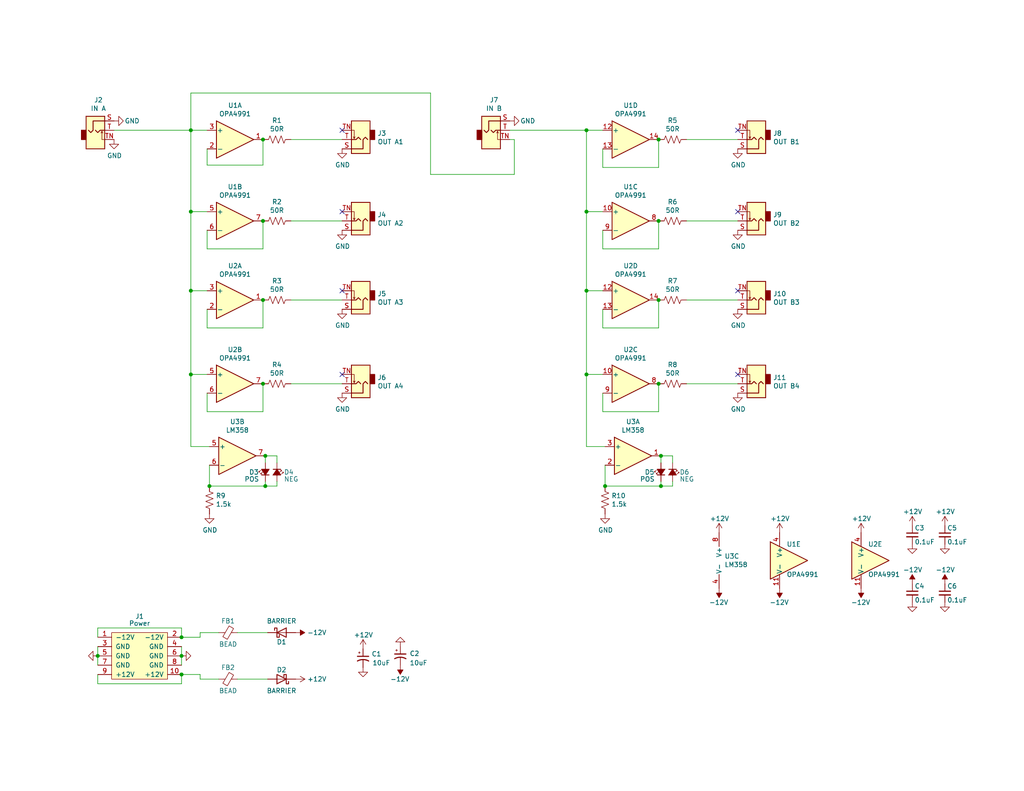
<source format=kicad_sch>
(kicad_sch (version 20211123) (generator eeschema)
  (paper "USLetter")
  (title_block (title "Hydrogen") (date "2021-10-07") (rev "v2") (company "Winterbloom") (comment 1 "Alethea Flowers") (comment 2 "CERN-OHL-P V2") (comment 3 "hydrogen.wntr.dev"))
  (lib_symbols
    (symbol "Amplifier_Operational:LM358" (pin_names (offset 0.127))
      (property "Reference" "U" (at 0 5.08 0))
      (property "Value" "LM358" (at 0 -5.08 0))
      (symbol "LM358_1_1"
        (polyline (pts (xy -5.08 5.08) (xy 5.08 0) (xy -5.08 -5.08) (xy -5.08 5.08)) (stroke (width 0.254)) (fill (type background)))
        (pin output line (at 7.62 0 180) (length 2.54) (name "~") (number "1"))
        (pin input line (at -7.62 -2.54 0) (length 2.54) (name "-") (number "2"))
        (pin input line (at -7.62 2.54 0) (length 2.54) (name "+") (number "3"))
      )
      (symbol "LM358_2_1"
        (polyline (pts (xy -5.08 5.08) (xy 5.08 0) (xy -5.08 -5.08) (xy -5.08 5.08)) (stroke (width 0.254)) (fill (type background)))
        (pin input line (at -7.62 2.54 0) (length 2.54) (name "+") (number "5"))
        (pin input line (at -7.62 -2.54 0) (length 2.54) (name "-") (number "6"))
        (pin output line (at 7.62 0 180) (length 2.54) (name "~") (number "7"))
      )
      (symbol "LM358_3_1"
        (pin power_in line (at -2.54 -7.62 90) (length 3.81) (name "V-") (number "4"))
        (pin power_in line (at -2.54 7.62 270) (length 3.81) (name "V+") (number "8"))
      )
    )
    (symbol "Device:CP1_Small" (pin_numbers hide) (pin_names (offset 0.254) hide)
      (property "Reference" "C" (at 0.254 1.778 0))
      (property "Value" "Device_CP1_Small" (at 0.254 -2.032 0))
      (symbol "CP1_Small_0_1"
        (polyline (pts (xy -1.524 0.508) (xy 1.524 0.508)) (stroke (width 0.3048)))
        (polyline (pts (xy -1.27 1.524) (xy -0.762 1.524)))
        (polyline (pts (xy -1.016 1.27) (xy -1.016 1.778)))
        (arc (start 1.524 -0.762) (mid 0 -0.3734) (end -1.524 -0.762) (stroke (width 0.3048)))
      )
      (symbol "CP1_Small_1_1"
        (pin passive line (at 0 2.54 270) (length 2.032) (name "~") (number "1"))
        (pin passive line (at 0 -2.54 90) (length 2.032) (name "~") (number "2"))
      )
    )
    (symbol "Device:C_Small" (pin_numbers hide) (pin_names (offset 0.254) hide)
      (property "Reference" "C" (at 0.254 1.778 0))
      (property "Value" "C_Small" (at 0.254 -2.032 0))
      (symbol "C_Small_0_1"
        (polyline (pts (xy -1.524 -0.508) (xy 1.524 -0.508)) (stroke (width 0.3302)))
        (polyline (pts (xy -1.524 0.508) (xy 1.524 0.508)) (stroke (width 0.3048)))
      )
      (symbol "C_Small_1_1"
        (pin passive line (at 0 2.54 270) (length 2.032) (name "~") (number "1"))
        (pin passive line (at 0 -2.54 90) (length 2.032) (name "~") (number "2"))
      )
    )
    (symbol "Device:Ferrite_Bead_Small" (pin_numbers hide) (pin_names (offset 0))
      (property "Reference" "FB" (at 1.905 1.27 0))
      (property "Value" "Device_Ferrite_Bead_Small" (at 1.905 -1.27 0))
      (symbol "Ferrite_Bead_Small_0_1"
        (polyline (pts (xy 0 -1.27) (xy 0 -0.7874)))
        (polyline (pts (xy 0 0.889) (xy 0 1.2954)))
        (polyline (pts (xy -1.8288 0.2794) (xy -1.1176 1.4986) (xy 1.8288 -0.2032) (xy 1.1176 -1.4224) (xy -1.8288 0.2794)))
      )
      (symbol "Ferrite_Bead_Small_1_1"
        (pin passive line (at 0 2.54 270) (length 1.27) (name "~") (number "1"))
        (pin passive line (at 0 -2.54 90) (length 1.27) (name "~") (number "2"))
      )
    )
    (symbol "Device:LED_Small_ALT" (pin_numbers hide) (pin_names (offset 0.254) hide)
      (property "Reference" "D" (at -1.27 3.175 0))
      (property "Value" "Device_LED_Small_ALT" (at -4.445 -2.54 0))
      (symbol "LED_Small_ALT_0_1"
        (polyline (pts (xy -0.762 -1.016) (xy -0.762 1.016)) (stroke (width 0.254)))
        (polyline (pts (xy 1.016 0) (xy -0.762 0)))
        (polyline (pts (xy 0.762 -1.016) (xy -0.762 0) (xy 0.762 1.016) (xy 0.762 -1.016)) (stroke (width 0.254)) (fill (type outline)))
        (polyline (pts (xy 0 0.762) (xy -0.508 1.27) (xy -0.254 1.27) (xy -0.508 1.27) (xy -0.508 1.016)))
        (polyline (pts (xy 0.508 1.27) (xy 0 1.778) (xy 0.254 1.778) (xy 0 1.778) (xy 0 1.524)))
      )
      (symbol "LED_Small_ALT_1_1"
        (pin passive line (at -2.54 0 0) (length 1.778) (name "K") (number "1"))
        (pin passive line (at 2.54 0 180) (length 1.778) (name "A") (number "2"))
      )
    )
    (symbol "Device:R_US" (pin_numbers hide) (pin_names (offset 0))
      (property "Reference" "R" (at 2.54 0 90))
      (property "Value" "R_US" (at -2.54 0 90))
      (symbol "R_US_0_1"
        (polyline (pts (xy 0 -2.286) (xy 0 -2.54)))
        (polyline (pts (xy 0 2.286) (xy 0 2.54)))
        (polyline (pts (xy 0 -0.762) (xy 1.016 -1.143) (xy 0 -1.524) (xy -1.016 -1.905) (xy 0 -2.286)))
        (polyline (pts (xy 0 0.762) (xy 1.016 0.381) (xy 0 0) (xy -1.016 -0.381) (xy 0 -0.762)))
        (polyline (pts (xy 0 2.286) (xy 1.016 1.905) (xy 0 1.524) (xy -1.016 1.143) (xy 0 0.762)))
      )
      (symbol "R_US_1_1"
        (pin passive line (at 0 3.81 270) (length 1.27) (name "~") (number "1"))
        (pin passive line (at 0 -3.81 90) (length 1.27) (name "~") (number "2"))
      )
    )
    (symbol "Diode:1N5819" (pin_numbers hide) (pin_names (offset 1.016) hide)
      (property "Reference" "D" (at 0 2.54 0))
      (property "Value" "1N5819" (at 0 -2.54 0))
      (symbol "1N5819_0_1"
        (polyline (pts (xy 1.27 0) (xy -1.27 0)))
        (polyline (pts (xy 1.27 1.27) (xy 1.27 -1.27) (xy -1.27 0) (xy 1.27 1.27)) (stroke (width 0.254)))
        (polyline (pts (xy -1.905 0.635) (xy -1.905 1.27) (xy -1.27 1.27) (xy -1.27 -1.27) (xy -0.635 -1.27) (xy -0.635 -0.635)) (stroke (width 0.254)))
      )
      (symbol "1N5819_1_1"
        (pin passive line (at -3.81 0 0) (length 2.54) (name "K") (number "1"))
        (pin passive line (at 3.81 0 180) (length 2.54) (name "A") (number "2"))
      )
    )
    (symbol "board-rescue:Eurorack_Power-winterbloom" (pin_names (offset 1.016))
      (property "Reference" "J" (at -6.35 7.62 0))
      (property "Value" "Eurorack_Power-winterbloom" (at 0 -7.62 0))
      (symbol "Eurorack_Power-winterbloom_0_1"
        (rectangle (start 7.62 -6.35) (end -7.62 6.35) (fill (type background)))
      )
      (symbol "Eurorack_Power-winterbloom_1_1"
        (pin power_out line (at -11.43 5.08 0) (length 3.81) (name "-12V") (number "1"))
        (pin power_out line (at 11.43 -5.08 180) (length 3.81) (name "+12V") (number "10"))
        (pin power_out line (at 11.43 5.08 180) (length 3.81) (name "-12V") (number "2"))
        (pin power_out line (at -11.43 2.54 0) (length 3.81) (name "GND") (number "3"))
        (pin power_out line (at 11.43 2.54 180) (length 3.81) (name "GND") (number "4"))
        (pin power_out line (at -11.43 0 0) (length 3.81) (name "GND") (number "5"))
        (pin power_out line (at 11.43 0 180) (length 3.81) (name "GND") (number "6"))
        (pin power_out line (at -11.43 -2.54 0) (length 3.81) (name "GND") (number "7"))
        (pin power_out line (at 11.43 -2.54 180) (length 3.81) (name "GND") (number "8"))
        (pin power_out line (at -11.43 -5.08 0) (length 3.81) (name "+12V") (number "9"))
      )
    )
    (symbol "power:+12V" (power) (pin_names (offset 0))
      (property "Value" "+12V" (at 0 3.556 0))
      (symbol "+12V_0_1"
        (polyline (pts (xy -0.762 1.27) (xy 0 2.54)))
        (polyline (pts (xy 0 0) (xy 0 2.54)))
        (polyline (pts (xy 0 2.54) (xy 0.762 1.27)))
      )
      (symbol "+12V_1_1"
        (pin power_in line (at 0 0 90) (length 0) hide (name "+12V") (number "1"))
      )
    )
    (symbol "power:-12V" (power) (pin_names (offset 0))
      (property "Value" "-12V" (at 0 3.81 0))
      (symbol "-12V_0_0"
        (pin power_in line (at 0 0 90) (length 0) hide (name "-12V") (number "1"))
      )
      (symbol "-12V_0_1"
        (polyline (pts (xy 0 0) (xy 0 1.27) (xy 0.762 1.27) (xy 0 2.54) (xy -0.762 1.27) (xy 0 1.27)) (fill (type outline)))
      )
    )
    (symbol "power:GND" (power) (pin_names (offset 0))
      (property "Value" "GND" (at 0 -3.81 0))
      (symbol "GND_0_1"
        (polyline (pts (xy 0 0) (xy 0 -1.27) (xy 1.27 -1.27) (xy 0 -2.54) (xy -1.27 -1.27) (xy 0 -1.27)))
      )
      (symbol "GND_1_1"
        (pin power_in line (at 0 0 270) (length 0) hide (name "GND") (number "1"))
      )
    )
    (symbol "winterbloom:Eurorack_Mono_Jack" (pin_names hide)
      (property "Reference" "J" (at 3.302 -4.064 0))
      (property "Value" "Eurorack_Mono_Jack" (at 0 5.08 0))
      (symbol "Eurorack_Mono_Jack_0_1"
        (rectangle (start -2.54 -5.08) (end 2.54 3.81) (stroke (width 0.254)) (fill (type background)))
        (polyline (pts (xy -1.778 -1.016) (xy -2.032 -0.508)))
        (polyline (pts (xy -2.54 1.27) (xy -1.778 1.27) (xy -1.778 -1.016) (xy -1.524 -0.508)))
        (polyline (pts (xy 0 -1.27) (xy -0.635 -0.635) (xy -1.27 -1.27) (xy -2.54 -1.27)) (stroke (width 0.254)))
        (polyline (pts (xy -2.54 -3.81) (xy 0.635 -3.81) (xy 0.635 -1.27) (xy 1.27 -0.635) (xy 1.905 -1.27)) (stroke (width 0.254)))
        (rectangle (start 2.54 -1.27) (end 3.81 1.27) (stroke (width 0.254)) (fill (type outline)))
      )
      (symbol "Eurorack_Mono_Jack_1_1"
        (pin passive line (at -5.08 -3.81 0) (length 2.54) (name "Sleeve") (number "S"))
        (pin passive line (at -5.08 -1.27 0) (length 2.54) (name "Tip") (number "T"))
        (pin passive line (at -5.08 1.27 0) (length 2.54) (name "Tip_normalize") (number "TN"))
      )
    )
    (symbol "winterbloom:OPA4991" (pin_names (offset 0.127))
      (property "Reference" "U" (at 0.762 3.048 0))
      (property "Value" "OPA4991" (at 0.508 -3.302 0))
      (symbol "OPA4991_1_1"
        (polyline (pts (xy -5.08 5.08) (xy 5.08 0) (xy -5.08 -5.08) (xy -5.08 5.08)) (stroke (width 0.254)) (fill (type background)))
        (pin output line (at 7.62 0 180) (length 2.54) (name "~") (number "1"))
        (pin input line (at -7.62 -2.54 0) (length 2.54) (name "-") (number "2"))
        (pin input line (at -7.62 2.54 0) (length 2.54) (name "+") (number "3"))
      )
      (symbol "OPA4991_2_1"
        (polyline (pts (xy -5.08 5.08) (xy 5.08 0) (xy -5.08 -5.08) (xy -5.08 5.08)) (stroke (width 0.254)) (fill (type background)))
        (pin input line (at -7.62 2.54 0) (length 2.54) (name "+") (number "5"))
        (pin input line (at -7.62 -2.54 0) (length 2.54) (name "-") (number "6"))
        (pin output line (at 7.62 0 180) (length 2.54) (name "~") (number "7"))
      )
      (symbol "OPA4991_3_1"
        (polyline (pts (xy -5.08 5.08) (xy 5.08 0) (xy -5.08 -5.08) (xy -5.08 5.08)) (stroke (width 0.254)) (fill (type background)))
        (pin input line (at -7.62 2.54 0) (length 2.54) (name "+") (number "10"))
        (pin output line (at 7.62 0 180) (length 2.54) (name "~") (number "8"))
        (pin input line (at -7.62 -2.54 0) (length 2.54) (name "-") (number "9"))
      )
      (symbol "OPA4991_4_1"
        (polyline (pts (xy -5.08 5.08) (xy 5.08 0) (xy -5.08 -5.08) (xy -5.08 5.08)) (stroke (width 0.254)) (fill (type background)))
        (pin input line (at -7.62 2.54 0) (length 2.54) (name "+") (number "12"))
        (pin input line (at -7.62 -2.54 0) (length 2.54) (name "-") (number "13"))
        (pin output line (at 7.62 0 180) (length 2.54) (name "~") (number "14"))
      )
      (symbol "OPA4991_5_1"
        (polyline (pts (xy -5.08 5.08) (xy 5.08 0) (xy -5.08 -5.08) (xy -5.08 5.08)) (stroke (width 0.254)) (fill (type background)))
        (pin power_in line (at -2.54 -7.62 90) (length 3.81) (name "V-") (number "11"))
        (pin power_in line (at -2.54 7.62 270) (length 3.81) (name "V+") (number "4"))
      )
    )
  )
  (junction (at 71.755 38.1))
  (junction (at 49.53 184.15))
  (junction (at 179.705 81.915))
  (junction (at 52.07 79.375))
  (junction (at 179.705 38.1))
  (junction (at 160.02 79.375))
  (junction (at 52.07 57.785))
  (junction (at 71.755 104.775))
  (junction (at 49.53 179.07))
  (junction (at 57.15 132.715))
  (junction (at 179.705 104.775))
  (junction (at 160.02 57.785))
  (junction (at 160.02 35.56))
  (junction (at 72.39 132.715))
  (junction (at 52.07 102.235))
  (junction (at 26.67 179.07))
  (junction (at 180.34 132.715))
  (junction (at 52.07 35.56))
  (junction (at 165.1 132.715))
  (junction (at 71.755 81.915))
  (junction (at 180.34 124.46))
  (junction (at 179.705 60.325))
  (junction (at 71.755 60.325))
  (junction (at 160.02 102.235))
  (junction (at 72.39 124.46))
  (junction (at 49.53 173.99))
  (no_connect (at 93.345 102.235))
  (no_connect (at 201.295 35.56))
  (no_connect (at 93.345 79.375))
  (no_connect (at 201.295 57.785))
  (no_connect (at 93.345 57.785))
  (no_connect (at 201.295 102.235))
  (no_connect (at 201.295 79.375))
  (no_connect (at 93.345 35.56))
  (wire (pts (xy 164.465 35.56) (xy 160.02 35.56)))
  (wire (pts (xy 183.515 124.46) (xy 183.515 126.365)))
  (wire (pts (xy 79.375 38.1) (xy 93.345 38.1)))
  (wire (pts (xy 54.61 173.99) (xy 54.61 172.72)))
  (wire (pts (xy 72.39 132.715) (xy 75.565 132.715)))
  (wire (pts (xy 52.07 25.4) (xy 117.475 25.4)))
  (wire (pts (xy 57.15 132.715) (xy 72.39 132.715)))
  (wire (pts (xy 160.02 57.785) (xy 160.02 79.375)))
  (wire (pts (xy 165.1 132.715) (xy 180.34 132.715)))
  (wire (pts (xy 49.53 173.99) (xy 54.61 173.99)))
  (wire (pts (xy 56.515 40.64) (xy 56.515 45.085)))
  (wire (pts (xy 26.67 176.53) (xy 26.67 179.07)))
  (wire (pts (xy 52.07 35.56) (xy 52.07 25.4)))
  (wire (pts (xy 26.67 186.69) (xy 49.53 186.69)))
  (wire (pts (xy 72.39 124.46) (xy 75.565 124.46)))
  (wire (pts (xy 160.02 79.375) (xy 160.02 102.235)))
  (wire (pts (xy 56.515 67.945) (xy 71.755 67.945)))
  (wire (pts (xy 57.15 121.92) (xy 52.07 121.92)))
  (wire (pts (xy 79.375 81.915) (xy 93.345 81.915)))
  (wire (pts (xy 71.755 89.535) (xy 71.755 81.915)))
  (wire (pts (xy 140.335 38.1) (xy 139.065 38.1)))
  (wire (pts (xy 72.39 132.715) (xy 72.39 131.445)))
  (wire (pts (xy 187.325 81.915) (xy 201.295 81.915)))
  (wire (pts (xy 56.515 89.535) (xy 71.755 89.535)))
  (wire (pts (xy 71.755 45.085) (xy 71.755 38.1)))
  (wire (pts (xy 160.02 35.56) (xy 139.065 35.56)))
  (wire (pts (xy 71.755 67.945) (xy 71.755 60.325)))
  (wire (pts (xy 187.325 60.325) (xy 201.295 60.325)))
  (wire (pts (xy 26.67 171.45) (xy 26.67 173.99)))
  (wire (pts (xy 72.39 126.365) (xy 72.39 124.46)))
  (wire (pts (xy 160.02 35.56) (xy 160.02 57.785)))
  (wire (pts (xy 117.475 25.4) (xy 117.475 47.625)))
  (wire (pts (xy 52.07 35.56) (xy 52.07 57.785)))
  (wire (pts (xy 64.77 185.42) (xy 73.025 185.42)))
  (wire (pts (xy 56.515 67.945) (xy 56.515 62.865)))
  (wire (pts (xy 180.34 126.365) (xy 180.34 124.46)))
  (wire (pts (xy 56.515 35.56) (xy 52.07 35.56)))
  (wire (pts (xy 49.53 171.45) (xy 26.67 171.45)))
  (wire (pts (xy 52.07 121.92) (xy 52.07 102.235)))
  (wire (pts (xy 56.515 112.395) (xy 56.515 107.315)))
  (wire (pts (xy 52.07 102.235) (xy 56.515 102.235)))
  (wire (pts (xy 75.565 132.715) (xy 75.565 131.445)))
  (wire (pts (xy 164.465 45.72) (xy 179.705 45.72)))
  (wire (pts (xy 49.53 184.15) (xy 54.61 184.15)))
  (wire (pts (xy 179.705 67.945) (xy 179.705 60.325)))
  (wire (pts (xy 56.515 89.535) (xy 56.515 84.455)))
  (wire (pts (xy 79.375 104.775) (xy 93.345 104.775)))
  (wire (pts (xy 49.53 179.07) (xy 49.53 176.53)))
  (wire (pts (xy 56.515 45.085) (xy 71.755 45.085)))
  (wire (pts (xy 187.325 104.775) (xy 201.295 104.775)))
  (wire (pts (xy 165.1 121.92) (xy 160.02 121.92)))
  (wire (pts (xy 75.565 124.46) (xy 75.565 126.365)))
  (wire (pts (xy 164.465 67.945) (xy 179.705 67.945)))
  (wire (pts (xy 52.07 79.375) (xy 56.515 79.375)))
  (wire (pts (xy 180.34 132.715) (xy 180.34 131.445)))
  (wire (pts (xy 59.69 185.42) (xy 54.61 185.42)))
  (wire (pts (xy 179.705 45.72) (xy 179.705 38.1)))
  (wire (pts (xy 160.02 79.375) (xy 164.465 79.375)))
  (wire (pts (xy 54.61 172.72) (xy 59.69 172.72)))
  (wire (pts (xy 26.67 184.15) (xy 26.67 186.69)))
  (wire (pts (xy 164.465 89.535) (xy 164.465 84.455)))
  (wire (pts (xy 49.53 173.99) (xy 49.53 171.45)))
  (wire (pts (xy 180.34 132.715) (xy 183.515 132.715)))
  (wire (pts (xy 57.15 132.715) (xy 57.15 127)))
  (wire (pts (xy 52.07 35.56) (xy 31.115 35.56)))
  (wire (pts (xy 164.465 45.72) (xy 164.465 40.64)))
  (wire (pts (xy 56.515 112.395) (xy 71.755 112.395)))
  (wire (pts (xy 160.02 102.235) (xy 164.465 102.235)))
  (wire (pts (xy 160.02 57.785) (xy 164.465 57.785)))
  (wire (pts (xy 79.375 60.325) (xy 93.345 60.325)))
  (wire (pts (xy 49.53 181.61) (xy 49.53 179.07)))
  (wire (pts (xy 140.335 47.625) (xy 140.335 38.1)))
  (wire (pts (xy 164.465 89.535) (xy 179.705 89.535)))
  (wire (pts (xy 54.61 184.15) (xy 54.61 185.42)))
  (wire (pts (xy 26.67 179.07) (xy 26.67 181.61)))
  (wire (pts (xy 165.1 132.715) (xy 165.1 127)))
  (wire (pts (xy 52.07 57.785) (xy 56.515 57.785)))
  (wire (pts (xy 179.705 89.535) (xy 179.705 81.915)))
  (wire (pts (xy 117.475 47.625) (xy 140.335 47.625)))
  (wire (pts (xy 71.755 112.395) (xy 71.755 104.775)))
  (wire (pts (xy 160.02 102.235) (xy 160.02 121.92)))
  (wire (pts (xy 164.465 67.945) (xy 164.465 62.865)))
  (wire (pts (xy 164.465 112.395) (xy 164.465 107.315)))
  (wire (pts (xy 179.705 112.395) (xy 179.705 104.775)))
  (wire (pts (xy 183.515 132.715) (xy 183.515 131.445)))
  (wire (pts (xy 52.07 57.785) (xy 52.07 79.375)))
  (wire (pts (xy 64.77 172.72) (xy 73.025 172.72)))
  (wire (pts (xy 49.53 186.69) (xy 49.53 184.15)))
  (wire (pts (xy 164.465 112.395) (xy 179.705 112.395)))
  (wire (pts (xy 180.34 124.46) (xy 183.515 124.46)))
  (wire (pts (xy 52.07 79.375) (xy 52.07 102.235)))
  (wire (pts (xy 187.325 38.1) (xy 201.295 38.1)))
  (symbol (lib_id "winterbloom:OPA4991") (at 64.135 38.1 0) (unit 1)
    (property "Reference" "U1" (at 64.135 28.7782 0))
    (property "Value" "OPA4991" (at 64.135 31.0896 0))
    (property "Footprint" "Package_SO:TSSOP-14_4.4x5mm_P0.65mm" (effects hide))
    (property "Datasheet" "https://www.ti.com/lit/ds/symlink/opa4991.pdf" (effects hide))
    (property "mpn" "OPA4991IPWR " (effects hide))
    (property "smd kit" "yes" (effects hide))
  )
  (symbol (lib_id "winterbloom:Eurorack_Mono_Jack") (at 26.035 36.83 180) (unit 1)
    (property "Reference" "J2" (at 26.8478 27.305 0))
    (property "Value" "IN A" (at 26.8478 29.6164 0))
    (property "Footprint" "winterbloom:WQP-WQP518MA-skinny" (effects hide))
    (property "Datasheet" "http://www.qingpu-electronics.com/en/products/WQP-PJ398SM-362.html" (effects hide))
    (property "mpn" "WQP-WQP518MA" (effects hide))
  )
  (symbol (lib_id "Device:R_US") (at 75.565 38.1 270) (unit 1)
    (property "Reference" "R1" (at 75.565 32.893 90))
    (property "Value" "50R" (at 75.565 35.2044 90))
    (property "Footprint" "Resistor_SMD:R_0603_1608Metric_Pad0.98x0.95mm_HandSolder" (effects hide))
    (property "Notes" "thin film, highest possible wattage for size" (effects hide))
    (property "smd kit" "yes" (effects hide))
  )
  (symbol (lib_id "winterbloom:Eurorack_Mono_Jack") (at 98.425 36.83 0) (unit 1)
    (property "Reference" "J3" (at 102.997 36.3982 0) (effects (justify left)))
    (property "Value" "OUT A1" (at 102.997 38.7096 0) (effects (justify left)))
    (property "Footprint" "winterbloom:WQP-WQP518MA-skinny" (effects hide))
    (property "Datasheet" "http://www.qingpu-electronics.com/en/products/WQP-PJ398SM-362.html" (effects hide))
    (property "mpn" "WQP-WQP518MA" (effects hide))
  )
  (symbol (lib_id "power:GND") (at 93.345 40.64 0) (unit 1)
    (property "Reference" "#PWR02" (effects hide))
    (property "Value" "GND" (at 93.472 45.0342 0))
  )
  (symbol (lib_id "winterbloom:OPA4991") (at 64.135 60.325 0) (unit 2)
    (property "Reference" "U1" (at 64.135 51.0032 0))
    (property "Value" "OPA4991" (at 64.135 53.3146 0))
    (property "Footprint" "Package_SO:TSSOP-14_4.4x5mm_P0.65mm" (effects hide))
    (property "Datasheet" "https://www.ti.com/lit/ds/symlink/opa4991.pdf" (effects hide))
    (property "mpn" "OPA4991IPWR " (effects hide))
    (property "smd kit" "yes" (effects hide))
  )
  (symbol (lib_id "Device:R_US") (at 75.565 60.325 270) (unit 1)
    (property "Reference" "R2" (at 75.565 55.118 90))
    (property "Value" "50R" (at 75.565 57.4294 90))
    (property "Footprint" "Resistor_SMD:R_0603_1608Metric_Pad0.98x0.95mm_HandSolder" (effects hide))
    (property "Notes" "thin film, highest possible wattage for size" (effects hide))
    (property "smd kit" "yes" (effects hide))
  )
  (symbol (lib_id "winterbloom:Eurorack_Mono_Jack") (at 98.425 59.055 0) (unit 1)
    (property "Reference" "J4" (at 102.997 58.6232 0) (effects (justify left)))
    (property "Value" "OUT A2" (at 102.997 60.9346 0) (effects (justify left)))
    (property "Footprint" "winterbloom:WQP-WQP518MA-skinny" (effects hide))
    (property "Datasheet" "http://www.qingpu-electronics.com/en/products/WQP-PJ398SM-362.html" (effects hide))
    (property "mpn" "WQP-WQP518MA" (effects hide))
  )
  (symbol (lib_id "power:GND") (at 93.345 62.865 0) (unit 1)
    (property "Reference" "#PWR03" (effects hide))
    (property "Value" "GND" (at 93.472 67.2592 0))
  )
  (symbol (lib_id "winterbloom:OPA4991") (at 64.135 81.915 0) (unit 1)
    (property "Reference" "U2" (at 64.135 72.5932 0))
    (property "Value" "OPA4991" (at 64.135 74.9046 0))
    (property "Footprint" "Package_SO:TSSOP-14_4.4x5mm_P0.65mm" (effects hide))
    (property "Datasheet" "https://www.ti.com/lit/ds/symlink/opa4991.pdf" (effects hide))
    (property "mpn" "OPA4991IPWR " (effects hide))
    (property "smd kit" "yes" (effects hide))
  )
  (symbol (lib_id "Device:R_US") (at 75.565 81.915 270) (unit 1)
    (property "Reference" "R3" (at 75.565 76.708 90))
    (property "Value" "50R" (at 75.565 79.0194 90))
    (property "Footprint" "Resistor_SMD:R_0603_1608Metric_Pad0.98x0.95mm_HandSolder" (effects hide))
    (property "Notes" "thin film, highest possible wattage for size" (effects hide))
    (property "smd kit" "yes" (effects hide))
  )
  (symbol (lib_id "winterbloom:Eurorack_Mono_Jack") (at 98.425 80.645 0) (unit 1)
    (property "Reference" "J5" (at 102.997 80.2132 0) (effects (justify left)))
    (property "Value" "OUT A3" (at 102.997 82.5246 0) (effects (justify left)))
    (property "Footprint" "winterbloom:WQP-WQP518MA-skinny" (effects hide))
    (property "Datasheet" "http://www.qingpu-electronics.com/en/products/WQP-PJ398SM-362.html" (effects hide))
    (property "mpn" "WQP-WQP518MA" (effects hide))
  )
  (symbol (lib_id "power:GND") (at 93.345 84.455 0) (unit 1)
    (property "Reference" "#PWR04" (effects hide))
    (property "Value" "GND" (at 93.472 88.8492 0))
  )
  (symbol (lib_id "winterbloom:OPA4991") (at 64.135 104.775 0) (unit 2)
    (property "Reference" "U2" (at 64.135 95.4532 0))
    (property "Value" "OPA4991" (at 64.135 97.7646 0))
    (property "Footprint" "Package_SO:TSSOP-14_4.4x5mm_P0.65mm" (effects hide))
    (property "Datasheet" "https://www.ti.com/lit/ds/symlink/opa4991.pdf" (effects hide))
    (property "mpn" "OPA4991IPWR " (effects hide))
    (property "smd kit" "yes" (effects hide))
  )
  (symbol (lib_id "Device:R_US") (at 75.565 104.775 270) (unit 1)
    (property "Reference" "R4" (at 75.565 99.568 90))
    (property "Value" "50R" (at 75.565 101.8794 90))
    (property "Footprint" "Resistor_SMD:R_0603_1608Metric_Pad0.98x0.95mm_HandSolder" (effects hide))
    (property "Notes" "thin film, highest possible wattage for size" (effects hide))
    (property "smd kit" "yes" (effects hide))
  )
  (symbol (lib_id "winterbloom:Eurorack_Mono_Jack") (at 98.425 103.505 0) (unit 1)
    (property "Reference" "J6" (at 102.997 103.0732 0) (effects (justify left)))
    (property "Value" "OUT A4" (at 102.997 105.3846 0) (effects (justify left)))
    (property "Footprint" "winterbloom:WQP-WQP518MA-skinny" (effects hide))
    (property "Datasheet" "http://www.qingpu-electronics.com/en/products/WQP-PJ398SM-362.html" (effects hide))
    (property "mpn" "WQP-WQP518MA" (effects hide))
  )
  (symbol (lib_id "power:GND") (at 93.345 107.315 0) (unit 1)
    (property "Reference" "#PWR05" (effects hide))
    (property "Value" "GND" (at 93.472 111.7092 0))
  )
  (symbol (lib_id "power:GND") (at 31.115 33.02 90) (unit 1)
    (property "Reference" "#PWR01" (effects hide))
    (property "Value" "GND" (at 38.1 33.02 90) (effects (justify left)))
  )
  (symbol (lib_id "winterbloom:OPA4991") (at 172.085 38.1 0) (unit 4)
    (property "Reference" "U1" (at 172.085 28.7782 0))
    (property "Value" "OPA4991" (at 172.085 31.0896 0))
    (property "Footprint" "Package_SO:TSSOP-14_4.4x5mm_P0.65mm" (effects hide))
    (property "Datasheet" "https://www.ti.com/lit/ds/symlink/opa4991.pdf" (effects hide))
    (property "mpn" "OPA4991IPWR " (effects hide))
    (property "smd kit" "yes" (effects hide))
  )
  (symbol (lib_id "winterbloom:Eurorack_Mono_Jack") (at 133.985 36.83 180) (unit 1)
    (property "Reference" "J7" (at 134.7978 27.305 0))
    (property "Value" "IN B" (at 134.7978 29.6164 0))
    (property "Footprint" "winterbloom:WQP-WQP518MA-skinny" (effects hide))
    (property "Datasheet" "http://www.qingpu-electronics.com/en/products/WQP-PJ398SM-362.html" (effects hide))
    (property "mpn" "WQP-WQP518MA" (effects hide))
  )
  (symbol (lib_id "Device:R_US") (at 183.515 38.1 270) (unit 1)
    (property "Reference" "R5" (at 183.515 32.893 90))
    (property "Value" "50R" (at 183.515 35.2044 90))
    (property "Footprint" "Resistor_SMD:R_0603_1608Metric_Pad0.98x0.95mm_HandSolder" (effects hide))
    (property "Notes" "thin film, highest possible wattage for size" (effects hide))
    (property "smd kit" "yes" (effects hide))
  )
  (symbol (lib_id "winterbloom:Eurorack_Mono_Jack") (at 206.375 36.83 0) (unit 1)
    (property "Reference" "J8" (at 210.947 36.3982 0) (effects (justify left)))
    (property "Value" "OUT B1" (at 210.947 38.7096 0) (effects (justify left)))
    (property "Footprint" "winterbloom:WQP-WQP518MA-skinny" (effects hide))
    (property "Datasheet" "http://www.qingpu-electronics.com/en/products/WQP-PJ398SM-362.html" (effects hide))
    (property "mpn" "WQP-WQP518MA" (effects hide))
  )
  (symbol (lib_id "power:GND") (at 201.295 40.64 0) (unit 1)
    (property "Reference" "#PWR07" (effects hide))
    (property "Value" "GND" (at 201.422 45.0342 0))
  )
  (symbol (lib_id "winterbloom:OPA4991") (at 172.085 60.325 0) (unit 3)
    (property "Reference" "U1" (at 172.085 51.0032 0))
    (property "Value" "OPA4991" (at 172.085 53.3146 0))
    (property "Footprint" "Package_SO:TSSOP-14_4.4x5mm_P0.65mm" (effects hide))
    (property "Datasheet" "https://www.ti.com/lit/ds/symlink/opa4991.pdf" (effects hide))
    (property "mpn" "OPA4991IPWR " (effects hide))
    (property "smd kit" "yes" (effects hide))
  )
  (symbol (lib_id "Device:R_US") (at 183.515 60.325 270) (unit 1)
    (property "Reference" "R6" (at 183.515 55.118 90))
    (property "Value" "50R" (at 183.515 57.4294 90))
    (property "Footprint" "Resistor_SMD:R_0603_1608Metric_Pad0.98x0.95mm_HandSolder" (effects hide))
    (property "Notes" "thin film, highest possible wattage for size" (effects hide))
    (property "smd kit" "yes" (effects hide))
  )
  (symbol (lib_id "winterbloom:Eurorack_Mono_Jack") (at 206.375 59.055 0) (unit 1)
    (property "Reference" "J9" (at 210.947 58.6232 0) (effects (justify left)))
    (property "Value" "OUT B2" (at 210.947 60.9346 0) (effects (justify left)))
    (property "Footprint" "winterbloom:WQP-WQP518MA-skinny" (effects hide))
    (property "Datasheet" "http://www.qingpu-electronics.com/en/products/WQP-PJ398SM-362.html" (effects hide))
    (property "mpn" "WQP-WQP518MA" (effects hide))
  )
  (symbol (lib_id "power:GND") (at 201.295 62.865 0) (unit 1)
    (property "Reference" "#PWR08" (effects hide))
    (property "Value" "GND" (at 201.422 67.2592 0))
  )
  (symbol (lib_id "winterbloom:OPA4991") (at 172.085 81.915 0) (unit 4)
    (property "Reference" "U2" (at 172.085 72.5932 0))
    (property "Value" "OPA4991" (at 172.085 74.9046 0))
    (property "Footprint" "Package_SO:TSSOP-14_4.4x5mm_P0.65mm" (effects hide))
    (property "Datasheet" "https://www.ti.com/lit/ds/symlink/opa4991.pdf" (effects hide))
    (property "mpn" "OPA4991IPWR " (effects hide))
    (property "smd kit" "yes" (effects hide))
  )
  (symbol (lib_id "Device:R_US") (at 183.515 81.915 270) (unit 1)
    (property "Reference" "R7" (at 183.515 76.708 90))
    (property "Value" "50R" (at 183.515 79.0194 90))
    (property "Footprint" "Resistor_SMD:R_0603_1608Metric_Pad0.98x0.95mm_HandSolder" (effects hide))
    (property "Notes" "thin film, highest possible wattage for size" (effects hide))
    (property "smd kit" "yes" (effects hide))
  )
  (symbol (lib_id "winterbloom:Eurorack_Mono_Jack") (at 206.375 80.645 0) (unit 1)
    (property "Reference" "J10" (at 210.947 80.2132 0) (effects (justify left)))
    (property "Value" "OUT B3" (at 210.947 82.5246 0) (effects (justify left)))
    (property "Footprint" "winterbloom:WQP-WQP518MA-skinny" (effects hide))
    (property "Datasheet" "http://www.qingpu-electronics.com/en/products/WQP-PJ398SM-362.html" (effects hide))
    (property "mpn" "WQP-WQP518MA" (effects hide))
  )
  (symbol (lib_id "power:GND") (at 201.295 84.455 0) (unit 1)
    (property "Reference" "#PWR09" (effects hide))
    (property "Value" "GND" (at 201.422 88.8492 0))
  )
  (symbol (lib_id "winterbloom:OPA4991") (at 172.085 104.775 0) (unit 3)
    (property "Reference" "U2" (at 172.085 95.4532 0))
    (property "Value" "OPA4991" (at 172.085 97.7646 0))
    (property "Footprint" "Package_SO:TSSOP-14_4.4x5mm_P0.65mm" (effects hide))
    (property "Datasheet" "https://www.ti.com/lit/ds/symlink/opa4991.pdf" (effects hide))
    (property "mpn" "OPA4991IPWR " (effects hide))
    (property "smd kit" "yes" (effects hide))
  )
  (symbol (lib_id "Device:R_US") (at 183.515 104.775 270) (unit 1)
    (property "Reference" "R8" (at 183.515 99.568 90))
    (property "Value" "50R" (at 183.515 101.8794 90))
    (property "Footprint" "Resistor_SMD:R_0603_1608Metric_Pad0.98x0.95mm_HandSolder" (effects hide))
    (property "Notes" "thin film, highest possible wattage for size" (effects hide))
    (property "smd kit" "yes" (effects hide))
  )
  (symbol (lib_id "winterbloom:Eurorack_Mono_Jack") (at 206.375 103.505 0) (unit 1)
    (property "Reference" "J11" (at 210.947 103.0732 0) (effects (justify left)))
    (property "Value" "OUT B4" (at 210.947 105.3846 0) (effects (justify left)))
    (property "Footprint" "winterbloom:WQP-WQP518MA-skinny" (effects hide))
    (property "Datasheet" "http://www.qingpu-electronics.com/en/products/WQP-PJ398SM-362.html" (effects hide))
    (property "mpn" "WQP-WQP518MA" (effects hide))
  )
  (symbol (lib_id "power:GND") (at 201.295 107.315 0) (unit 1)
    (property "Reference" "#PWR010" (effects hide))
    (property "Value" "GND" (at 201.422 111.7092 0))
  )
  (symbol (lib_id "power:GND") (at 139.065 33.02 90) (unit 1)
    (property "Reference" "#PWR06" (effects hide))
    (property "Value" "GND" (at 146.05 33.02 90) (effects (justify left)))
  )
  (symbol (lib_id "board-rescue:Eurorack_Power-winterbloom") (at 38.1 179.07 0) (unit 1)
    (property "Reference" "J1" (at 38.1 168.275 0))
    (property "Value" "Power" (at 38.1 170.18 0))
    (property "Footprint" "winterbloom:Eurorack_Power" (effects hide))
    (property "Datasheet" "https://static6.arrow.com/aropdfconversion/1507f1621f4e67855dd466ebb3ac550d52564a9d/32302-sxx1.pdf" (effects hide))
    (property "mpn" "302-S101" (effects hide))
  )
  (symbol (lib_id "Device:Ferrite_Bead_Small") (at 62.23 172.72 270) (unit 1)
    (property "Reference" "FB1" (at 62.23 169.545 90))
    (property "Value" "BEAD" (at 62.23 175.895 90))
    (property "Footprint" "Inductor_SMD:L_0603_1608Metric_Pad1.05x0.95mm_HandSolder" (effects hide))
    (property "mpn" "742792664" (effects hide))
    (property "Notes" "300mA" (effects hide))
    (property "smd kit" "yes" (effects hide))
  )
  (symbol (lib_id "Diode:1N5819") (at 76.835 172.72 0) (unit 1)
    (property "Reference" "D1" (at 76.835 175.26 0))
    (property "Value" "BARRIER" (at 76.835 169.545 0))
    (property "Footprint" "winterbloom:DIODE_SOD-123_SOD-123F" (effects hide))
    (property "Datasheet" "http://www.vishay.com/docs/88525/1n5817.pdf" (effects hide))
    (property "mpn" "PMEG2005EGWX" (effects hide))
    (property "Notes" "Any PMEGxxxxEGW part, 500mA If" (effects hide))
    (property "smd kit" "yes" (effects hide))
  )
  (symbol (lib_id "winterbloom:OPA4991") (at 215.265 153.035 0) (unit 5)
    (property "Reference" "U1" (at 214.63 148.59 0) (effects (justify left)))
    (property "Value" "OPA4991" (at 214.63 156.845 0) (effects (justify left)))
    (property "Footprint" "Package_SO:TSSOP-14_4.4x5mm_P0.65mm" (effects hide))
    (property "Datasheet" "https://www.ti.com/lit/ds/symlink/opa4991.pdf" (effects hide))
    (property "mpn" "OPA4991IPWR " (effects hide))
    (property "smd kit" "yes" (effects hide))
  )
  (symbol (lib_id "winterbloom:OPA4991") (at 237.49 153.035 0) (unit 5)
    (property "Reference" "U2" (at 236.855 148.59 0) (effects (justify left)))
    (property "Value" "OPA4991" (at 236.855 156.845 0) (effects (justify left)))
    (property "Footprint" "Package_SO:TSSOP-14_4.4x5mm_P0.65mm" (effects hide))
    (property "Datasheet" "https://www.ti.com/lit/ds/symlink/opa4991.pdf" (effects hide))
    (property "mpn" "OPA4991IPWR " (effects hide))
    (property "smd kit" "yes" (effects hide))
  )
  (symbol (lib_id "Device:Ferrite_Bead_Small") (at 62.23 185.42 270) (unit 1)
    (property "Reference" "FB2" (at 62.23 182.245 90))
    (property "Value" "BEAD" (at 62.23 188.595 90))
    (property "Footprint" "Inductor_SMD:L_0603_1608Metric_Pad1.05x0.95mm_HandSolder" (effects hide))
    (property "mpn" "742792664" (effects hide))
    (property "Notes" "300mA" (effects hide))
    (property "smd kit" "yes" (effects hide))
  )
  (symbol (lib_id "Diode:1N5819") (at 76.835 185.42 180) (unit 1)
    (property "Reference" "D2" (at 76.835 182.88 0))
    (property "Value" "BARRIER" (at 76.835 188.595 0))
    (property "Footprint" "winterbloom:DIODE_SOD-123_SOD-123F" (effects hide))
    (property "Datasheet" "http://www.vishay.com/docs/88525/1n5817.pdf" (effects hide))
    (property "mpn" "PMEG2005EGWX" (effects hide))
    (property "Notes" "Any PMEGxxxxEGW part, 500mA If" (effects hide))
    (property "smd kit" "yes" (effects hide))
  )
  (symbol (lib_id "power:GND") (at 49.53 179.07 90) (unit 1)
    (property "Reference" "#PWR0101" (effects hide))
    (property "Value" "GND" (effects hide))
  )
  (symbol (lib_id "power:GND") (at 26.67 179.07 270) (unit 1)
    (property "Reference" "#PWR0102" (effects hide))
    (property "Value" "GND" (effects hide))
  )
  (symbol (lib_id "power:-12V") (at 80.645 172.72 270) (unit 1)
    (property "Reference" "#PWR0103" (effects hide))
    (property "Value" "-12V" (at 83.82 172.72 90) (effects (justify left)))
  )
  (symbol (lib_id "power:+12V") (at 80.645 185.42 270) (unit 1)
    (property "Reference" "#PWR0104" (effects hide))
    (property "Value" "+12V" (at 83.82 185.42 90) (effects (justify left)))
  )
  (symbol (lib_id "power:-12V") (at 212.725 160.655 180) (unit 1)
    (property "Reference" "#PWR0105" (effects hide))
    (property "Value" "-12V" (at 215.265 164.465 0) (effects (justify left)))
  )
  (symbol (lib_id "power:+12V") (at 212.725 145.415 0) (unit 1)
    (property "Reference" "#PWR0106" (effects hide))
    (property "Value" "+12V" (at 210.185 141.605 0) (effects (justify left)))
  )
  (symbol (lib_id "power:+12V") (at 234.95 145.415 0) (unit 1)
    (property "Reference" "#PWR0107" (effects hide))
    (property "Value" "+12V" (at 232.41 141.605 0) (effects (justify left)))
  )
  (symbol (lib_id "power:-12V") (at 234.95 160.655 180) (unit 1)
    (property "Reference" "#PWR0108" (effects hide))
    (property "Value" "-12V" (at 237.49 164.465 0) (effects (justify left)))
  )
  (symbol (lib_id "Device:C_Small") (at 248.92 146.05 0) (unit 1)
    (property "Reference" "C3" (at 249.555 144.145 0) (effects (justify left)))
    (property "Value" "0.1uF" (at 249.555 147.955 0) (effects (justify left)))
    (property "Footprint" "Capacitor_SMD:C_0603_1608Metric_Pad1.08x0.95mm_HandSolder" (effects hide))
    (property "mpn" "C1608X7R1E104K080AA" (effects hide))
    (property "Notes" "0603, 25V+, 10%, Bypass cap" (effects hide))
    (property "smd kit" "yes" (effects hide))
  )
  (symbol (lib_id "power:+12V") (at 248.92 143.51 0) (unit 1)
    (property "Reference" "#PWR0109" (effects hide))
    (property "Value" "+12V" (at 246.38 139.7 0) (effects (justify left)))
  )
  (symbol (lib_id "power:GND") (at 248.92 148.59 0) (unit 1)
    (property "Reference" "#PWR0110" (effects hide))
    (property "Value" "GND" (effects hide))
  )
  (symbol (lib_id "Device:C_Small") (at 257.81 146.05 0) (unit 1)
    (property "Reference" "C5" (at 258.445 144.145 0) (effects (justify left)))
    (property "Value" "0.1uF" (at 258.445 147.955 0) (effects (justify left)))
    (property "Footprint" "Capacitor_SMD:C_0603_1608Metric_Pad1.08x0.95mm_HandSolder" (effects hide))
    (property "mpn" "C1608X7R1E104K080AA" (effects hide))
    (property "Notes" "0603, 25V+, 10%, Bypass cap" (effects hide))
    (property "smd kit" "yes" (effects hide))
  )
  (symbol (lib_id "power:+12V") (at 257.81 143.51 0) (unit 1)
    (property "Reference" "#PWR0111" (effects hide))
    (property "Value" "+12V" (at 255.27 139.7 0) (effects (justify left)))
  )
  (symbol (lib_id "power:GND") (at 257.81 148.59 0) (unit 1)
    (property "Reference" "#PWR0112" (effects hide))
    (property "Value" "GND" (effects hide))
  )
  (symbol (lib_id "Device:C_Small") (at 248.92 161.925 0) (unit 1)
    (property "Reference" "C4" (at 249.555 160.02 0) (effects (justify left)))
    (property "Value" "0.1uF" (at 249.555 163.83 0) (effects (justify left)))
    (property "Footprint" "Capacitor_SMD:C_0603_1608Metric_Pad1.08x0.95mm_HandSolder" (effects hide))
    (property "mpn" "C1608X7R1E104K080AA" (effects hide))
    (property "Notes" "0603, 25V+, 10%, Bypass cap" (effects hide))
    (property "smd kit" "yes" (effects hide))
  )
  (symbol (lib_id "power:GND") (at 248.92 164.465 0) (unit 1)
    (property "Reference" "#PWR0113" (effects hide))
    (property "Value" "GND" (effects hide))
  )
  (symbol (lib_id "Device:C_Small") (at 257.81 161.925 0) (unit 1)
    (property "Reference" "C6" (at 258.445 160.02 0) (effects (justify left)))
    (property "Value" "0.1uF" (at 258.445 163.83 0) (effects (justify left)))
    (property "Footprint" "Capacitor_SMD:C_0603_1608Metric_Pad1.08x0.95mm_HandSolder" (effects hide))
    (property "mpn" "C1608X7R1E104K080AA" (effects hide))
    (property "Notes" "0603, 25V+, 10%, Bypass cap" (effects hide))
    (property "smd kit" "yes" (effects hide))
  )
  (symbol (lib_id "power:GND") (at 257.81 164.465 0) (unit 1)
    (property "Reference" "#PWR0114" (effects hide))
    (property "Value" "GND" (effects hide))
  )
  (symbol (lib_id "power:-12V") (at 248.92 159.385 0) (unit 1)
    (property "Reference" "#PWR0115" (effects hide))
    (property "Value" "-12V" (at 246.38 155.575 0) (effects (justify left)))
  )
  (symbol (lib_id "power:-12V") (at 257.81 159.385 0) (unit 1)
    (property "Reference" "#PWR0116" (effects hide))
    (property "Value" "-12V" (at 255.27 155.575 0) (effects (justify left)))
  )
  (symbol (lib_id "Device:CP1_Small") (at 99.06 179.705 0) (unit 1)
    (property "Reference" "C1" (at 101.3714 178.5366 0) (effects (justify left)))
    (property "Value" "10uF" (at 101.6 180.975 0) (effects (justify left)))
    (property "Footprint" "Capacitor_SMD:C_0805_2012Metric_Pad1.18x1.45mm_HandSolder" (effects hide))
    (property "mpn" "GRM21BR61E106KA73K" (effects hide))
    (property "Notes" "0805, 25V+, 10%, Bulk cap" (effects hide))
    (property "smd kit" "yes" (effects hide))
  )
  (symbol (lib_id "power:+12V") (at 99.06 177.165 0) (unit 1)
    (property "Reference" "#PWR0117" (effects hide))
    (property "Value" "+12V" (at 96.52 173.355 0) (effects (justify left)))
  )
  (symbol (lib_id "power:GND") (at 99.06 182.245 0) (unit 1)
    (property "Reference" "#PWR0118" (effects hide))
    (property "Value" "GND" (effects hide))
  )
  (symbol (lib_id "Device:CP1_Small") (at 109.22 179.07 0) (unit 1)
    (property "Reference" "C2" (at 111.76 178.435 0) (effects (justify left)))
    (property "Value" "10uF" (at 111.76 180.975 0) (effects (justify left)))
    (property "Footprint" "Capacitor_SMD:C_0805_2012Metric_Pad1.18x1.45mm_HandSolder" (effects hide))
    (property "mpn" "GRM21BR61E106KA73K" (effects hide))
    (property "Notes" "0805, 25V+, 10%, Bulk cap" (effects hide))
    (property "smd kit" "yes" (effects hide))
  )
  (symbol (lib_id "power:GND") (at 109.22 176.53 180) (unit 1)
    (property "Reference" "#PWR0119" (effects hide))
    (property "Value" "GND" (effects hide))
  )
  (symbol (lib_id "power:-12V") (at 109.22 181.61 180) (unit 1)
    (property "Reference" "#PWR0120" (effects hide))
    (property "Value" "-12V" (at 111.76 185.42 0) (effects (justify left)))
  )
  (symbol (lib_id "power:GND") (at 31.115 38.1 0) (unit 1)
    (property "Reference" "#PWR0125" (effects hide))
    (property "Value" "GND" (at 31.242 42.4942 0))
  )
  (symbol (lib_id "Amplifier_Operational:LM358") (at 64.77 124.46 0) (unit 2)
    (property "Reference" "U3" (at 64.77 115.1382 0))
    (property "Value" "LM358" (at 64.77 117.4496 0))
    (property "Footprint" "Package_SO:TSSOP-8_4.4x3mm_P0.65mm" (effects hide))
    (property "Datasheet" "http://www.ti.com/lit/ds/symlink/lm2904-n.pdf" (effects hide))
    (property "mpn" "LM358PWR" (effects hide))
    (property "smd kit" "yes" (effects hide))
  )
  (symbol (lib_id "Device:LED_Small_ALT") (at 75.565 128.905 270) (unit 1)
    (property "Reference" "D4" (at 77.47 128.905 90) (effects (justify left)))
    (property "Value" "NEG" (at 77.47 130.81 90) (effects (justify left)))
    (property "Footprint" "winterbloom:LED_0805_Kingbright_APT2012" (effects hide))
    (property "mpn" "APT2012SURCK" (effects hide))
    (property "Notes" "Red" (effects hide))
    (property "smd kit" "yes" (effects hide))
  )
  (symbol (lib_id "Device:LED_Small_ALT") (at 72.39 128.905 90) (unit 1)
    (property "Reference" "D3" (at 67.945 128.905 90) (effects (justify right)))
    (property "Value" "POS" (at 66.675 130.81 90) (effects (justify right)))
    (property "Footprint" "winterbloom:LED_0805_Kingbright_APT2012" (effects hide))
    (property "mpn" "APT2012VBC/D" (effects hide))
    (property "Notes" "Blue" (effects hide))
    (property "smd kit" "yes" (effects hide))
  )
  (symbol (lib_id "Device:R_US") (at 57.15 136.525 180) (unit 1)
    (property "Reference" "R9" (at 58.8772 135.3566 0) (effects (justify right)))
    (property "Value" "1.5k" (at 58.8772 137.668 0) (effects (justify right)))
    (property "Footprint" "Resistor_SMD:R_0603_1608Metric_Pad0.98x0.95mm_HandSolder" (effects hide))
    (property "mpn" "ERJ-3GEYJ1R5V" (effects hide))
    (property "Notes" "5%, thick film" (effects hide))
    (property "smd kit" "yes" (effects hide))
  )
  (symbol (lib_id "power:GND") (at 57.15 140.335 0) (unit 1)
    (property "Reference" "#PWR0121" (effects hide))
    (property "Value" "GND" (at 57.277 144.7292 0))
  )
  (symbol (lib_id "Amplifier_Operational:LM358") (at 172.72 124.46 0) (unit 1)
    (property "Reference" "U3" (at 172.72 115.1382 0))
    (property "Value" "LM358" (at 172.72 117.4496 0))
    (property "Footprint" "Package_SO:TSSOP-8_4.4x3mm_P0.65mm" (effects hide))
    (property "Datasheet" "http://www.ti.com/lit/ds/symlink/lm2904-n.pdf" (effects hide))
    (property "mpn" "LM358PWR" (effects hide))
    (property "smd kit" "yes" (effects hide))
  )
  (symbol (lib_id "Device:LED_Small_ALT") (at 183.515 128.905 270) (unit 1)
    (property "Reference" "D6" (at 185.42 128.905 90) (effects (justify left)))
    (property "Value" "NEG" (at 185.42 130.81 90) (effects (justify left)))
    (property "Footprint" "winterbloom:LED_0805_Kingbright_APT2012" (effects hide))
    (property "mpn" "APT2012SURCK" (effects hide))
    (property "Notes" "Red" (effects hide))
    (property "smd kit" "yes" (effects hide))
  )
  (symbol (lib_id "Device:LED_Small_ALT") (at 180.34 128.905 90) (unit 1)
    (property "Reference" "D5" (at 175.895 128.905 90) (effects (justify right)))
    (property "Value" "POS" (at 174.625 130.81 90) (effects (justify right)))
    (property "Footprint" "winterbloom:LED_0805_Kingbright_APT2012" (effects hide))
    (property "mpn" "APT2012VBC/D" (effects hide))
    (property "Notes" "Blue" (effects hide))
    (property "smd kit" "yes" (effects hide))
  )
  (symbol (lib_id "Device:R_US") (at 165.1 136.525 180) (unit 1)
    (property "Reference" "R10" (at 166.8272 135.3566 0) (effects (justify right)))
    (property "Value" "1.5k" (at 166.8272 137.668 0) (effects (justify right)))
    (property "Footprint" "Resistor_SMD:R_0603_1608Metric_Pad0.98x0.95mm_HandSolder" (effects hide))
    (property "mpn" "ERJ-3GEYJ1R5V" (effects hide))
    (property "Notes" "5%, thick film" (effects hide))
    (property "smd kit" "yes" (effects hide))
  )
  (symbol (lib_id "power:GND") (at 165.1 140.335 0) (unit 1)
    (property "Reference" "#PWR0122" (effects hide))
    (property "Value" "GND" (at 165.227 144.7292 0))
  )
  (symbol (lib_id "Amplifier_Operational:LM358") (at 198.755 153.035 0) (unit 3)
    (property "Reference" "U3" (at 197.6882 151.8666 0) (effects (justify left)))
    (property "Value" "LM358" (at 197.6882 154.178 0) (effects (justify left)))
    (property "Footprint" "Package_SO:TSSOP-8_4.4x3mm_P0.65mm" (effects hide))
    (property "Datasheet" "http://www.ti.com/lit/ds/symlink/lm2904-n.pdf" (effects hide))
    (property "mpn" "LM358PWR" (effects hide))
    (property "smd kit" "yes" (effects hide))
  )
  (symbol (lib_id "power:-12V") (at 196.215 160.655 180) (unit 1)
    (property "Reference" "#PWR0123" (effects hide))
    (property "Value" "-12V" (at 198.755 164.465 0) (effects (justify left)))
  )
  (symbol (lib_id "power:+12V") (at 196.215 145.415 0) (unit 1)
    (property "Reference" "#PWR0124" (effects hide))
    (property "Value" "+12V" (at 193.675 141.605 0) (effects (justify left)))
  )
)
</source>
